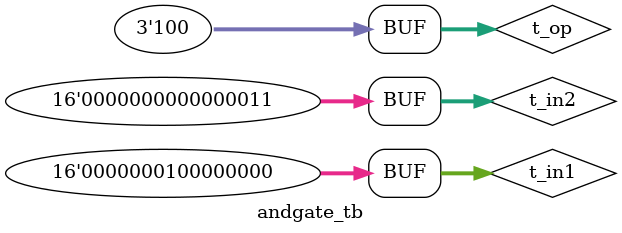
<source format=v>
module andgate_tb;
reg[15:0] t_in1,t_in2;
reg[2:0] t_op;
wire[16:0] t_out;


ALU my_gate( .op(t_op), .in1(t_in1), .in2(t_in2), .out(t_out));

initial
begin

	$monitor(t_op,t_in1,t_in2,t_out);

	t_op = 3'b0;
	t_in1 = 16'b1001;
	t_in2 = 16'b1011;

	#5
	t_op = 1;
	t_in1 = 32891;
	t_in2 = 33256;

	#5
	t_op = 2;
	t_in1 = 2891;
	t_in2 = 3256;

	#5
	t_op = 4;
	t_in1 = 256;
	t_in2 = 3;

end
endmodule
</source>
